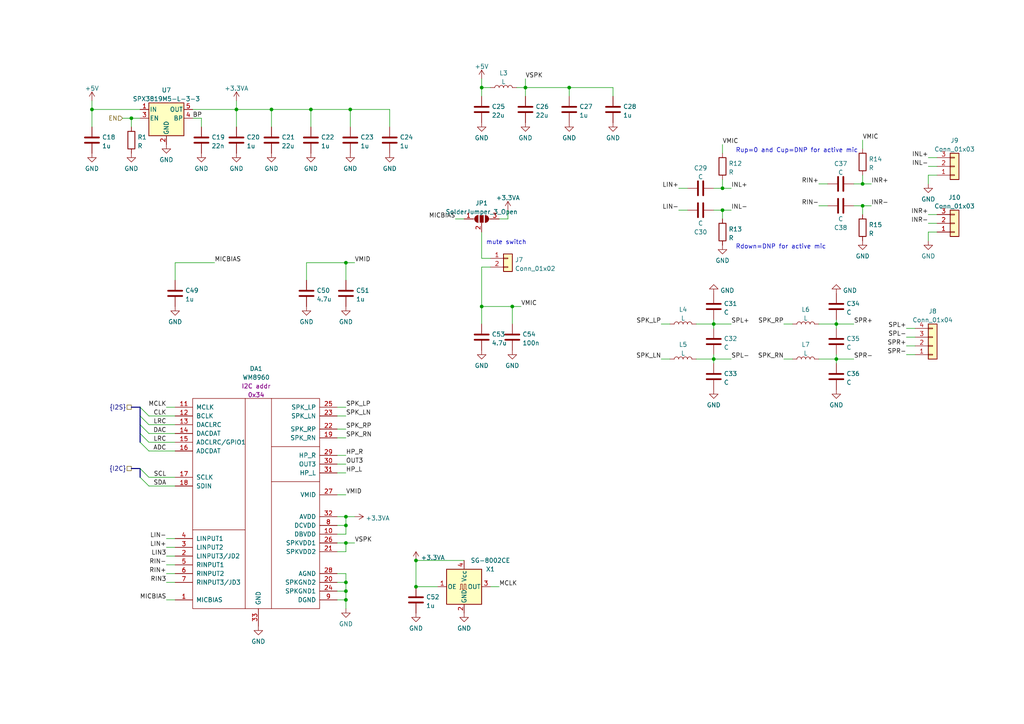
<source format=kicad_sch>
(kicad_sch (version 20230121) (generator eeschema)
  (paper "A4")
  (lib_symbols
    (symbol "Audio:WM8960" (pin_names (offset 1.016))
      (property "Reference" "DA" (at 0 34.29 0))
      (property "Value" "WM8960" (at 0 31.75 0))
      (property "I2C" "I2C addr" (at -19.05 -31.75 0))
      (property "Addr" "0x34" (at -19.05 -34.29 0))
      (symbol "WM8960_0_1"
        (rectangle (start -19.05 30.48) (end 17.78 -30.48))
        (polyline (pts (xy -19.05 -7.62) (xy -3.81 -7.62)))
        (polyline (pts (xy -3.81 30.48) (xy -3.81 -30.48)))
        (polyline (pts (xy 3.81 -30.48) (xy 3.81 30.48)))
        (polyline (pts (xy 17.78 6.35) (xy 3.81 6.35)))
        (polyline (pts (xy 17.78 16.51) (xy 3.81 16.51)))
      )
      (symbol "WM8960_1_1"
        (pin passive line (at -24.13 -27.94 0) (length 5.08) (name "MICBIAS") (number "1"))
        (pin power_in line (at 22.86 -8.89 180) (length 5.08) (name "DBVDD") (number "10"))
        (pin passive line (at -24.13 27.94 0) (length 5.08) (name "MCLK") (number "11"))
        (pin passive line (at -24.13 25.4 0) (length 5.08) (name "BCLK") (number "12"))
        (pin passive line (at -24.13 22.86 0) (length 5.08) (name "DACLRC") (number "13"))
        (pin passive line (at -24.13 20.32 0) (length 5.08) (name "DACDAT") (number "14"))
        (pin passive line (at -24.13 17.78 0) (length 5.08) (name "ADCLRC/GPIO1") (number "15"))
        (pin passive line (at -24.13 15.24 0) (length 5.08) (name "ADCDAT") (number "16"))
        (pin passive line (at -24.13 7.62 0) (length 5.08) (name "SCLK") (number "17"))
        (pin passive line (at -24.13 5.08 0) (length 5.08) (name "SDIN") (number "18"))
        (pin passive line (at 22.86 19.05 180) (length 5.08) (name "SPK_RN") (number "19"))
        (pin passive line (at -24.13 -15.24 0) (length 5.08) (name "LINPUT3/JD2") (number "2"))
        (pin power_in line (at 22.86 -22.86 180) (length 5.08) (name "SPKGND2") (number "20"))
        (pin power_in line (at 22.86 -13.97 180) (length 5.08) (name "SPKVDD2") (number "21"))
        (pin passive line (at 22.86 21.59 180) (length 5.08) (name "SPK_RP") (number "22"))
        (pin passive line (at 22.86 25.4 180) (length 5.08) (name "SPK_LN") (number "23"))
        (pin power_in line (at 22.86 -25.4 180) (length 5.08) (name "SPKGND1") (number "24"))
        (pin passive line (at 22.86 27.94 180) (length 5.08) (name "SPK_LP") (number "25"))
        (pin power_in line (at 22.86 -11.43 180) (length 5.08) (name "SPKVDD1") (number "26"))
        (pin passive line (at 22.86 2.54 180) (length 5.08) (name "VMID") (number "27"))
        (pin power_in line (at 22.86 -20.32 180) (length 5.08) (name "AGND") (number "28"))
        (pin passive line (at 22.86 13.97 180) (length 5.08) (name "HP_R") (number "29"))
        (pin passive line (at -24.13 -12.7 0) (length 5.08) (name "LINPUT2") (number "3"))
        (pin passive line (at 22.86 11.43 180) (length 5.08) (name "OUT3") (number "30"))
        (pin passive line (at 22.86 8.89 180) (length 5.08) (name "HP_L") (number "31"))
        (pin power_in line (at 22.86 -3.81 180) (length 5.08) (name "AVDD") (number "32"))
        (pin power_in line (at 0 -35.56 90) (length 5.08) (name "GND") (number "33"))
        (pin passive line (at -24.13 -10.16 0) (length 5.08) (name "LINPUT1") (number "4"))
        (pin passive line (at -24.13 -17.78 0) (length 5.08) (name "RINPUT1") (number "5"))
        (pin passive line (at -24.13 -20.32 0) (length 5.08) (name "RINPUT2") (number "6"))
        (pin passive line (at -24.13 -22.86 0) (length 5.08) (name "RINPUT3/JD3") (number "7"))
        (pin power_in line (at 22.86 -6.35 180) (length 5.08) (name "DCVDD") (number "8"))
        (pin power_in line (at 22.86 -27.94 180) (length 5.08) (name "DGND") (number "9"))
      )
    )
    (symbol "Connector_Generic:Conn_01x02" (pin_names (offset 1.016) hide)
      (property "Reference" "J" (at 0 2.54 0))
      (property "Value" "Conn_01x02" (at 0 -5.08 0))
      (symbol "Conn_01x02_1_1"
        (rectangle (start -1.27 -2.413) (end 0 -2.667) (stroke (width 0.1524)))
        (rectangle (start -1.27 0.127) (end 0 -0.127) (stroke (width 0.1524)))
        (rectangle (start -1.27 1.27) (end 1.27 -3.81) (stroke (width 0.254)) (fill (type background)))
        (pin passive line (at -5.08 0 0) (length 3.81) (name "Pin_1") (number "1"))
        (pin passive line (at -5.08 -2.54 0) (length 3.81) (name "Pin_2") (number "2"))
      )
    )
    (symbol "Connector_Generic:Conn_01x03" (pin_names (offset 1.016) hide)
      (property "Reference" "J" (at 0 5.08 0))
      (property "Value" "Conn_01x03" (at 0 -5.08 0))
      (symbol "Conn_01x03_1_1"
        (rectangle (start -1.27 -2.413) (end 0 -2.667) (stroke (width 0.1524)))
        (rectangle (start -1.27 0.127) (end 0 -0.127) (stroke (width 0.1524)))
        (rectangle (start -1.27 2.667) (end 0 2.413) (stroke (width 0.1524)))
        (rectangle (start -1.27 3.81) (end 1.27 -3.81) (stroke (width 0.254)) (fill (type background)))
        (pin passive line (at -5.08 2.54 0) (length 3.81) (name "Pin_1") (number "1"))
        (pin passive line (at -5.08 0 0) (length 3.81) (name "Pin_2") (number "2"))
        (pin passive line (at -5.08 -2.54 0) (length 3.81) (name "Pin_3") (number "3"))
      )
    )
    (symbol "Connector_Generic:Conn_01x04" (pin_names (offset 1.016) hide)
      (property "Reference" "J" (at 0 5.08 0))
      (property "Value" "Conn_01x04" (at 0 -7.62 0))
      (symbol "Conn_01x04_1_1"
        (rectangle (start -1.27 -4.953) (end 0 -5.207) (stroke (width 0.1524)))
        (rectangle (start -1.27 -2.413) (end 0 -2.667) (stroke (width 0.1524)))
        (rectangle (start -1.27 0.127) (end 0 -0.127) (stroke (width 0.1524)))
        (rectangle (start -1.27 2.667) (end 0 2.413) (stroke (width 0.1524)))
        (rectangle (start -1.27 3.81) (end 1.27 -6.35) (stroke (width 0.254)) (fill (type background)))
        (pin passive line (at -5.08 2.54 0) (length 3.81) (name "Pin_1") (number "1"))
        (pin passive line (at -5.08 0 0) (length 3.81) (name "Pin_2") (number "2"))
        (pin passive line (at -5.08 -2.54 0) (length 3.81) (name "Pin_3") (number "3"))
        (pin passive line (at -5.08 -5.08 0) (length 3.81) (name "Pin_4") (number "4"))
      )
    )
    (symbol "Device:C" (pin_numbers hide) (pin_names (offset 0.254))
      (property "Reference" "C" (at 0.635 2.54 0))
      (property "Value" "C" (at 0.635 -2.54 0))
      (symbol "C_0_1"
        (polyline (pts (xy -2.032 -0.762) (xy 2.032 -0.762)) (stroke (width 0.508)))
        (polyline (pts (xy -2.032 0.762) (xy 2.032 0.762)) (stroke (width 0.508)))
      )
      (symbol "C_1_1"
        (pin passive line (at 0 3.81 270) (length 2.794) (name "~") (number "1"))
        (pin passive line (at 0 -3.81 90) (length 2.794) (name "~") (number "2"))
      )
    )
    (symbol "Device:L" (pin_numbers hide) (pin_names (offset 1.016) hide)
      (property "Reference" "L" (at -1.27 0 90))
      (property "Value" "L" (at 1.905 0 90))
      (symbol "L_0_1"
        (arc (start 0 -2.54) (mid 0.6323 -1.905) (end 0 -1.27))
        (arc (start 0 -1.27) (mid 0.6323 -0.635) (end 0 0))
        (arc (start 0 0) (mid 0.6323 0.635) (end 0 1.27))
        (arc (start 0 1.27) (mid 0.6323 1.905) (end 0 2.54))
      )
      (symbol "L_1_1"
        (pin passive line (at 0 3.81 270) (length 1.27) (name "1") (number "1"))
        (pin passive line (at 0 -3.81 90) (length 1.27) (name "2") (number "2"))
      )
    )
    (symbol "Device:R" (pin_numbers hide) (pin_names (offset 0))
      (property "Reference" "R" (at 2.032 0 90))
      (property "Value" "R" (at 0 0 90))
      (symbol "R_0_1"
        (rectangle (start -1.016 -2.54) (end 1.016 2.54) (stroke (width 0.254)))
      )
      (symbol "R_1_1"
        (pin passive line (at 0 3.81 270) (length 1.27) (name "~") (number "1"))
        (pin passive line (at 0 -3.81 90) (length 1.27) (name "~") (number "2"))
      )
    )
    (symbol "Jumper:SolderJumper_3_Open" (pin_names (offset 0) hide)
      (property "Reference" "JP" (at -2.54 -2.54 0))
      (property "Value" "SolderJumper_3_Open" (at 0 2.794 0))
      (symbol "SolderJumper_3_Open_0_1"
        (arc (start -1.016 1.016) (mid -2.0276 0) (end -1.016 -1.016))
        (arc (start -1.016 1.016) (mid -2.0276 0) (end -1.016 -1.016) (fill (type outline)))
        (rectangle (start -0.508 1.016) (end 0.508 -1.016) (fill (type outline)))
        (polyline (pts (xy -2.54 0) (xy -2.032 0)))
        (polyline (pts (xy -1.016 1.016) (xy -1.016 -1.016)))
        (polyline (pts (xy 0 -1.27) (xy 0 -1.016)))
        (polyline (pts (xy 1.016 1.016) (xy 1.016 -1.016)))
        (polyline (pts (xy 2.54 0) (xy 2.032 0)))
        (arc (start 1.016 -1.016) (mid 2.0276 0) (end 1.016 1.016))
        (arc (start 1.016 -1.016) (mid 2.0276 0) (end 1.016 1.016) (fill (type outline)))
      )
      (symbol "SolderJumper_3_Open_1_1"
        (pin passive line (at -5.08 0 0) (length 2.54) (name "A") (number "1"))
        (pin passive line (at 0 -3.81 90) (length 2.54) (name "C") (number "2"))
        (pin passive line (at 5.08 0 180) (length 2.54) (name "B") (number "3"))
      )
    )
    (symbol "Oscillator:SG-8002CE" (pin_names (offset 0.254))
      (property "Reference" "X" (at -5.08 6.35 0))
      (property "Value" "SG-8002CE" (at 1.27 -6.35 0))
      (symbol "SG-8002CE_0_1"
        (rectangle (start -5.08 5.08) (end 5.08 -5.08) (stroke (width 0.254)) (fill (type background)))
        (polyline (pts (xy -1.27 -0.762) (xy -1.016 -0.762) (xy -1.016 0.762) (xy -0.508 0.762) (xy -0.508 -0.762) (xy 0 -0.762) (xy 0 0.762) (xy 0.508 0.762) (xy 0.508 -0.762) (xy 0.762 -0.762)))
      )
      (symbol "SG-8002CE_1_1"
        (pin input line (at -7.62 0 0) (length 2.54) (name "OE") (number "1"))
        (pin power_in line (at 0 -7.62 90) (length 2.54) (name "GND") (number "2"))
        (pin output line (at 7.62 0 180) (length 2.54) (name "OUT") (number "3"))
        (pin power_in line (at 0 7.62 270) (length 2.54) (name "Vcc") (number "4"))
      )
    )
    (symbol "Regulator_Linear:SPX3819M5-L-3-3" (pin_names (offset 0.254))
      (property "Reference" "U" (at -3.81 5.715 0))
      (property "Value" "SPX3819M5-L-3-3" (at 0 5.715 0))
      (symbol "SPX3819M5-L-3-3_0_1"
        (rectangle (start -5.08 4.445) (end 5.08 -5.08) (stroke (width 0.254)) (fill (type background)))
      )
      (symbol "SPX3819M5-L-3-3_1_1"
        (pin power_in line (at -7.62 2.54 0) (length 2.54) (name "IN") (number "1"))
        (pin power_in line (at 0 -7.62 90) (length 2.54) (name "GND") (number "2"))
        (pin input line (at -7.62 0 0) (length 2.54) (name "EN") (number "3"))
        (pin input line (at 7.62 0 180) (length 2.54) (name "BP") (number "4"))
        (pin power_out line (at 7.62 2.54 180) (length 2.54) (name "OUT") (number "5"))
      )
    )
    (symbol "power:+3.3VA" (power) (pin_names (offset 0))
      (property "Value" "+3.3VA" (at 0 3.556 0))
      (symbol "+3.3VA_0_1"
        (polyline (pts (xy -0.762 1.27) (xy 0 2.54)))
        (polyline (pts (xy 0 0) (xy 0 2.54)))
        (polyline (pts (xy 0 2.54) (xy 0.762 1.27)))
      )
      (symbol "+3.3VA_1_1"
        (pin power_in line (at 0 0 90) (length 0) hide (name "+3.3VA") (number "1"))
      )
    )
    (symbol "power:+5V" (power) (pin_names (offset 0))
      (property "Value" "+5V" (at 0 3.556 0))
      (symbol "+5V_0_1"
        (polyline (pts (xy -0.762 1.27) (xy 0 2.54)))
        (polyline (pts (xy 0 0) (xy 0 2.54)))
        (polyline (pts (xy 0 2.54) (xy 0.762 1.27)))
      )
      (symbol "+5V_1_1"
        (pin power_in line (at 0 0 90) (length 0) hide (name "+5V") (number "1"))
      )
    )
    (symbol "power:GND" (power) (pin_names (offset 0))
      (property "Value" "GND" (at 0 -3.81 0))
      (symbol "GND_0_1"
        (polyline (pts (xy 0 0) (xy 0 -1.27) (xy 1.27 -1.27) (xy 0 -2.54) (xy -1.27 -1.27) (xy 0 -1.27)))
      )
      (symbol "GND_1_1"
        (pin power_in line (at 0 0 270) (length 0) hide (name "GND") (number "1"))
      )
    )
  )
  (junction (at 209.55 54.61))
  (junction (at 120.65 162.56))
  (junction (at 148.59 88.9))
  (junction (at 209.55 60.96))
  (junction (at 250.19 53.34))
  (junction (at 90.17 31.75))
  (junction (at 100.33 157.48))
  (junction (at 68.58 31.75))
  (junction (at 120.65 170.18))
  (junction (at 100.33 168.91))
  (junction (at 26.67 31.75))
  (junction (at 101.6 31.75))
  (junction (at 242.57 93.98))
  (junction (at 165.1 25.4))
  (junction (at 100.33 171.45))
  (junction (at 207.01 93.98))
  (junction (at 100.33 149.86))
  (junction (at 152.4 25.4))
  (junction (at 242.57 104.14))
  (junction (at 250.19 59.69))
  (junction (at 78.74 31.75))
  (junction (at 100.33 76.2))
  (junction (at 38.1 34.29))
  (junction (at 100.33 152.4))
  (junction (at 207.01 104.14))
  (junction (at 139.7 25.4))
  (junction (at 100.33 173.99))
  (junction (at 139.7 88.9))
  (bus_entry (at 40.64 138.43) (size 2.54 2.54))
  (bus_entry (at 40.64 128.27) (size 2.54 2.54))
  (bus_entry (at 40.64 135.89) (size 2.54 2.54))
  (bus_entry (at 40.64 123.19) (size 2.54 2.54))
  (bus_entry (at 40.64 125.73) (size 2.54 2.54))
  (bus_entry (at 40.64 120.65) (size 2.54 2.54))
  (bus_entry (at 40.64 118.11) (size 2.54 2.54))
  (wire (pts (xy 139.7 67.31) (xy 139.7 74.93)))
  (wire (pts (xy 139.7 27.94) (xy 139.7 25.4)))
  (wire (pts (xy 97.79 127) (xy 100.33 127)))
  (wire (pts (xy 97.79 173.99) (xy 100.33 173.99)))
  (wire (pts (xy 242.57 104.14) (xy 242.57 102.87)))
  (wire (pts (xy 247.65 59.69) (xy 250.19 59.69)))
  (wire (pts (xy 242.57 93.98) (xy 242.57 95.25)))
  (wire (pts (xy 209.55 60.96) (xy 209.55 63.5)))
  (wire (pts (xy 165.1 27.94) (xy 165.1 25.4)))
  (wire (pts (xy 55.88 34.29) (xy 58.42 34.29)))
  (wire (pts (xy 58.42 34.29) (xy 58.42 36.83)))
  (wire (pts (xy 68.58 29.21) (xy 68.58 31.75)))
  (bus (pts (xy 40.64 123.19) (xy 40.64 125.73)))
  (wire (pts (xy 207.01 104.14) (xy 207.01 102.87)))
  (wire (pts (xy 97.79 149.86) (xy 100.33 149.86)))
  (wire (pts (xy 250.19 50.8) (xy 250.19 53.34)))
  (wire (pts (xy 97.79 160.02) (xy 100.33 160.02)))
  (wire (pts (xy 100.33 154.94) (xy 100.33 152.4)))
  (wire (pts (xy 139.7 88.9) (xy 139.7 93.98)))
  (wire (pts (xy 147.32 63.5) (xy 147.32 60.96)))
  (bus (pts (xy 38.1 135.89) (xy 40.64 135.89)))
  (wire (pts (xy 207.01 54.61) (xy 209.55 54.61)))
  (wire (pts (xy 139.7 77.47) (xy 139.7 88.9)))
  (wire (pts (xy 209.55 52.07) (xy 209.55 54.61)))
  (wire (pts (xy 43.18 138.43) (xy 50.8 138.43)))
  (wire (pts (xy 269.24 69.85) (xy 269.24 67.31)))
  (wire (pts (xy 207.01 60.96) (xy 209.55 60.96)))
  (wire (pts (xy 269.24 50.8) (xy 271.78 50.8)))
  (bus (pts (xy 40.64 120.65) (xy 40.64 123.19)))
  (wire (pts (xy 139.7 22.86) (xy 139.7 25.4)))
  (wire (pts (xy 100.33 173.99) (xy 100.33 171.45)))
  (wire (pts (xy 139.7 74.93) (xy 142.24 74.93)))
  (wire (pts (xy 97.79 120.65) (xy 100.33 120.65)))
  (wire (pts (xy 43.18 140.97) (xy 50.8 140.97)))
  (wire (pts (xy 269.24 48.26) (xy 271.78 48.26)))
  (wire (pts (xy 250.19 59.69) (xy 250.19 62.23)))
  (wire (pts (xy 269.24 45.72) (xy 271.78 45.72)))
  (wire (pts (xy 43.18 128.27) (xy 50.8 128.27)))
  (wire (pts (xy 38.1 34.29) (xy 38.1 36.83)))
  (wire (pts (xy 148.59 93.98) (xy 148.59 88.9)))
  (wire (pts (xy 247.65 53.34) (xy 250.19 53.34)))
  (wire (pts (xy 100.33 157.48) (xy 100.33 160.02)))
  (wire (pts (xy 113.03 31.75) (xy 101.6 31.75)))
  (wire (pts (xy 100.33 166.37) (xy 97.79 166.37)))
  (wire (pts (xy 43.18 120.65) (xy 50.8 120.65)))
  (wire (pts (xy 100.33 81.28) (xy 100.33 76.2)))
  (wire (pts (xy 48.26 156.21) (xy 50.8 156.21)))
  (wire (pts (xy 269.24 62.23) (xy 271.78 62.23)))
  (wire (pts (xy 152.4 22.86) (xy 152.4 25.4)))
  (wire (pts (xy 43.18 130.81) (xy 50.8 130.81)))
  (wire (pts (xy 201.93 104.14) (xy 207.01 104.14)))
  (wire (pts (xy 142.24 170.18) (xy 144.78 170.18)))
  (wire (pts (xy 144.78 63.5) (xy 147.32 63.5)))
  (wire (pts (xy 48.26 168.91) (xy 50.8 168.91)))
  (wire (pts (xy 113.03 36.83) (xy 113.03 31.75)))
  (wire (pts (xy 209.55 41.91) (xy 209.55 44.45)))
  (wire (pts (xy 152.4 25.4) (xy 152.4 27.94)))
  (wire (pts (xy 209.55 60.96) (xy 212.09 60.96)))
  (wire (pts (xy 209.55 54.61) (xy 212.09 54.61)))
  (wire (pts (xy 242.57 104.14) (xy 247.65 104.14)))
  (wire (pts (xy 139.7 25.4) (xy 142.24 25.4)))
  (wire (pts (xy 48.26 158.75) (xy 50.8 158.75)))
  (wire (pts (xy 250.19 59.69) (xy 252.73 59.69)))
  (wire (pts (xy 242.57 93.98) (xy 247.65 93.98)))
  (wire (pts (xy 90.17 31.75) (xy 90.17 36.83)))
  (wire (pts (xy 227.33 104.14) (xy 229.87 104.14)))
  (wire (pts (xy 26.67 31.75) (xy 26.67 36.83)))
  (wire (pts (xy 100.33 157.48) (xy 102.87 157.48)))
  (wire (pts (xy 48.26 163.83) (xy 50.8 163.83)))
  (wire (pts (xy 269.24 64.77) (xy 271.78 64.77)))
  (wire (pts (xy 26.67 31.75) (xy 40.64 31.75)))
  (bus (pts (xy 40.64 125.73) (xy 40.64 128.27)))
  (wire (pts (xy 149.86 25.4) (xy 152.4 25.4)))
  (bus (pts (xy 40.64 118.11) (xy 40.64 120.65)))
  (wire (pts (xy 100.33 171.45) (xy 100.33 168.91)))
  (wire (pts (xy 227.33 93.98) (xy 229.87 93.98)))
  (wire (pts (xy 100.33 76.2) (xy 102.87 76.2)))
  (wire (pts (xy 48.26 166.37) (xy 50.8 166.37)))
  (wire (pts (xy 48.26 173.99) (xy 50.8 173.99)))
  (wire (pts (xy 262.89 102.87) (xy 265.43 102.87)))
  (wire (pts (xy 177.8 27.94) (xy 177.8 25.4)))
  (wire (pts (xy 148.59 88.9) (xy 151.13 88.9)))
  (wire (pts (xy 35.56 34.29) (xy 38.1 34.29)))
  (wire (pts (xy 242.57 104.14) (xy 242.57 105.41)))
  (wire (pts (xy 97.79 157.48) (xy 100.33 157.48)))
  (wire (pts (xy 97.79 132.08) (xy 100.33 132.08)))
  (wire (pts (xy 97.79 152.4) (xy 100.33 152.4)))
  (wire (pts (xy 237.49 53.34) (xy 240.03 53.34)))
  (wire (pts (xy 26.67 29.21) (xy 26.67 31.75)))
  (wire (pts (xy 165.1 25.4) (xy 152.4 25.4)))
  (wire (pts (xy 78.74 31.75) (xy 78.74 36.83)))
  (wire (pts (xy 262.89 95.25) (xy 265.43 95.25)))
  (wire (pts (xy 262.89 100.33) (xy 265.43 100.33)))
  (wire (pts (xy 262.89 97.79) (xy 265.43 97.79)))
  (wire (pts (xy 38.1 34.29) (xy 40.64 34.29)))
  (wire (pts (xy 139.7 77.47) (xy 142.24 77.47)))
  (wire (pts (xy 97.79 118.11) (xy 100.33 118.11)))
  (wire (pts (xy 120.65 170.18) (xy 127 170.18)))
  (wire (pts (xy 97.79 168.91) (xy 100.33 168.91)))
  (wire (pts (xy 90.17 31.75) (xy 78.74 31.75)))
  (wire (pts (xy 43.18 123.19) (xy 50.8 123.19)))
  (wire (pts (xy 207.01 104.14) (xy 212.09 104.14)))
  (wire (pts (xy 68.58 31.75) (xy 78.74 31.75)))
  (wire (pts (xy 55.88 31.75) (xy 68.58 31.75)))
  (wire (pts (xy 88.9 76.2) (xy 88.9 81.28)))
  (wire (pts (xy 237.49 93.98) (xy 242.57 93.98)))
  (wire (pts (xy 48.26 161.29) (xy 50.8 161.29)))
  (wire (pts (xy 62.23 76.2) (xy 50.8 76.2)))
  (wire (pts (xy 100.33 76.2) (xy 88.9 76.2)))
  (wire (pts (xy 97.79 143.51) (xy 100.33 143.51)))
  (wire (pts (xy 68.58 31.75) (xy 68.58 36.83)))
  (wire (pts (xy 242.57 93.98) (xy 242.57 92.71)))
  (wire (pts (xy 101.6 31.75) (xy 90.17 31.75)))
  (wire (pts (xy 250.19 53.34) (xy 252.73 53.34)))
  (wire (pts (xy 100.33 176.53) (xy 100.33 173.99)))
  (wire (pts (xy 207.01 93.98) (xy 207.01 95.25)))
  (wire (pts (xy 100.33 149.86) (xy 102.87 149.86)))
  (wire (pts (xy 101.6 31.75) (xy 101.6 36.83)))
  (wire (pts (xy 250.19 40.64) (xy 250.19 43.18)))
  (wire (pts (xy 269.24 67.31) (xy 271.78 67.31)))
  (wire (pts (xy 201.93 93.98) (xy 207.01 93.98)))
  (wire (pts (xy 97.79 134.62) (xy 100.33 134.62)))
  (wire (pts (xy 97.79 171.45) (xy 100.33 171.45)))
  (wire (pts (xy 196.85 60.96) (xy 199.39 60.96)))
  (wire (pts (xy 207.01 104.14) (xy 207.01 105.41)))
  (wire (pts (xy 269.24 53.34) (xy 269.24 50.8)))
  (wire (pts (xy 139.7 88.9) (xy 148.59 88.9)))
  (wire (pts (xy 191.77 104.14) (xy 194.31 104.14)))
  (wire (pts (xy 100.33 152.4) (xy 100.33 149.86)))
  (wire (pts (xy 207.01 93.98) (xy 207.01 92.71)))
  (wire (pts (xy 191.77 93.98) (xy 194.31 93.98)))
  (wire (pts (xy 120.65 162.56) (xy 120.65 170.18)))
  (wire (pts (xy 97.79 124.46) (xy 100.33 124.46)))
  (wire (pts (xy 237.49 59.69) (xy 240.03 59.69)))
  (wire (pts (xy 48.26 118.11) (xy 50.8 118.11)))
  (wire (pts (xy 97.79 137.16) (xy 100.33 137.16)))
  (wire (pts (xy 50.8 76.2) (xy 50.8 81.28)))
  (wire (pts (xy 177.8 25.4) (xy 165.1 25.4)))
  (wire (pts (xy 43.18 125.73) (xy 50.8 125.73)))
  (wire (pts (xy 237.49 104.14) (xy 242.57 104.14)))
  (bus (pts (xy 38.1 118.11) (xy 40.64 118.11)))
  (wire (pts (xy 120.65 162.56) (xy 134.62 162.56)))
  (wire (pts (xy 97.79 154.94) (xy 100.33 154.94)))
  (bus (pts (xy 40.64 135.89) (xy 40.64 138.43)))
  (wire (pts (xy 132.08 63.5) (xy 134.62 63.5)))
  (wire (pts (xy 100.33 168.91) (xy 100.33 166.37)))
  (wire (pts (xy 207.01 93.98) (xy 212.09 93.98)))
  (wire (pts (xy 196.85 54.61) (xy 199.39 54.61)))
  (text "mute switch" (at 140.97 71.12 0) (effects (font (size 1.27 1.27)) (justify left bottom)))
  (text "Rup=0 and Cup=DNP for active mic" (at 213.36 44.45 0) (effects (font (size 1.27 1.27)) (justify left bottom)))
  (text "Rdown=DNP for active mic" (at 213.36 72.39 0) (effects (font (size 1.27 1.27)) (justify left bottom)))
  (label "SPK_RN" (at 100.33 127 0))
  (label "MCLK" (at 48.26 118.11 180))
  (label "VSPK" (at 102.87 157.48 0))
  (label "SDA" (at 48.26 140.97 180))
  (label "SPR-" (at 247.65 104.14 0))
  (label "HP_L" (at 100.33 137.16 0))
  (label "SPK_RP" (at 227.33 93.98 180))
  (label "MICBIAS" (at 62.23 76.2 0))
  (label "SPR-" (at 262.89 102.87 180))
  (label "LRC" (at 48.26 123.19 180))
  (label "RIN-" (at 48.26 163.83 180))
  (label "BP" (at 55.88 34.29 0))
  (label "DAC" (at 48.26 125.73 180))
  (label "VMIC" (at 250.19 40.64 0))
  (label "LIN+" (at 196.85 54.61 180))
  (label "SPR+" (at 262.89 100.33 180))
  (label "RIN3" (at 48.26 168.91 180))
  (label "SCL" (at 48.26 138.43 180))
  (label "VMIC" (at 151.13 88.9 0))
  (label "VMIC" (at 209.55 41.91 0))
  (label "LIN-" (at 196.85 60.96 180))
  (label "SPL+" (at 262.89 95.25 180))
  (label "LIN+" (at 48.26 158.75 180))
  (label "INL+" (at 269.24 45.72 180))
  (label "INR+" (at 269.24 62.23 180))
  (label "INL-" (at 269.24 48.26 180))
  (label "INR+" (at 252.73 53.34 0))
  (label "MCLK" (at 144.78 170.18 0))
  (label "SPK_LN" (at 100.33 120.65 0))
  (label "LIN3" (at 48.26 161.29 180))
  (label "CLK" (at 48.26 120.65 180))
  (label "VMID" (at 100.33 143.51 0))
  (label "INR-" (at 269.24 64.77 180))
  (label "ADC" (at 48.26 130.81 180))
  (label "HP_R" (at 100.33 132.08 0))
  (label "SPL+" (at 212.09 93.98 0))
  (label "RIN+" (at 237.49 53.34 180))
  (label "INL+" (at 212.09 54.61 0))
  (label "RIN+" (at 48.26 166.37 180))
  (label "INR-" (at 252.73 59.69 0))
  (label "SPR+" (at 247.65 93.98 0))
  (label "SPK_LP" (at 100.33 118.11 0))
  (label "VSPK" (at 152.4 22.86 0))
  (label "LIN-" (at 48.26 156.21 180))
  (label "SPK_LN" (at 191.77 104.14 180))
  (label "MICBIAS" (at 48.26 173.99 180))
  (label "SPK_RN" (at 227.33 104.14 180))
  (label "LRC" (at 48.26 128.27 180))
  (label "VMID" (at 102.87 76.2 0))
  (label "SPL-" (at 262.89 97.79 180))
  (label "MICBIAS" (at 132.08 63.5 180))
  (label "SPK_LP" (at 191.77 93.98 180))
  (label "RIN-" (at 237.49 59.69 180))
  (label "INL-" (at 212.09 60.96 0))
  (label "SPL-" (at 212.09 104.14 0))
  (label "SPK_RP" (at 100.33 124.46 0))
  (label "OUT3" (at 100.33 134.62 0))
  (hierarchical_label "EN" (shape input) (at 35.56 34.29 180))
  (hierarchical_label "{I2S}" (shape passive) (at 38.1 118.11 180))
  (hierarchical_label "{I2C}" (shape passive) (at 38.1 135.89 180))
  (symbol (lib_id "Regulator_Linear:SPX3819M5-L-3-3") (at 48.26 34.29 0) (unit 1)
    (property "Reference" "U7" (at 48.26 26.1452 0))
    (property "Value" "SPX3819M5-L-3-3" (at 48.26 28.6821 0))
    (property "Footprint" "Package_TO_SOT_SMD:SOT-23-5" (effects hide))
    (property "Datasheet" "https://www.exar.com/content/document.ashx?id=22106&languageid=1033&type=Datasheet&partnumber=SPX3819&filename=SPX3819.pdf&part=SPX3819" (effects hide))
  )
  (symbol (lib_id "power:GND") (at 207.01 113.03 0) (unit 1)
    (property "Reference" "#PWR0167" (effects hide))
    (property "Value" "GND" (at 207.01 117.4734 0))
  )
  (symbol (lib_id "power:GND") (at 250.19 69.85 0) (unit 1)
    (property "Reference" "#PWR0172" (effects hide))
    (property "Value" "GND" (at 250.19 74.2934 0))
  )
  (symbol (lib_id "power:GND") (at 152.4 35.56 0) (unit 1)
    (property "Reference" "#PWR0165" (effects hide))
    (property "Value" "GND" (at 152.4 40.0034 0))
  )
  (symbol (lib_id "power:GND") (at 269.24 69.85 0) (unit 1)
    (property "Reference" "#PWR0173" (effects hide))
    (property "Value" "GND" (at 269.24 74.2934 0))
  )
  (symbol (lib_id "Oscillator:SG-8002CE") (at 134.62 170.18 0) (unit 1)
    (property "Reference" "X1" (at 142.24 165.1 0))
    (property "Value" "SG-8002CE" (at 142.24 162.56 0))
    (property "Footprint" "Oscillator:Oscillator_SMD_SeikoEpson_SG8002CE-4Pin_3.2x2.5mm" (effects hide))
    (property "Datasheet" "https://support.epson.biz/td/api/doc_check.php?mode=dl&lang=en&Parts=SG-8002DC" (effects hide))
  )
  (symbol (lib_id "Device:C") (at 165.1 31.75 0) (unit 1)
    (property "Reference" "C27" (at 168.021 30.9153 0) (effects (justify left)))
    (property "Value" "1u" (at 168.021 33.4522 0) (effects (justify left)))
    (property "Footprint" "Capacitor_SMD:C_0603_1608Metric" (effects hide))
  )
  (symbol (lib_id "Device:C") (at 90.17 40.64 0) (unit 1)
    (property "Reference" "C22" (at 93.091 39.8053 0) (effects (justify left)))
    (property "Value" "1u" (at 93.091 42.3422 0) (effects (justify left)))
    (property "Footprint" "Capacitor_SMD:C_0603_1608Metric" (effects hide))
  )
  (symbol (lib_id "Device:C") (at 139.7 97.79 0) (unit 1)
    (property "Reference" "C53" (at 142.621 96.9553 0) (effects (justify left)))
    (property "Value" "4.7u" (at 142.621 99.4922 0) (effects (justify left)))
    (property "Footprint" "Capacitor_SMD:C_0603_1608Metric" (effects hide))
  )
  (symbol (lib_id "Device:C") (at 120.65 173.99 0) (unit 1)
    (property "Reference" "C52" (at 123.571 173.1553 0) (effects (justify left)))
    (property "Value" "1u" (at 123.571 175.6922 0) (effects (justify left)))
    (property "Footprint" "Capacitor_SMD:C_0603_1608Metric" (effects hide))
  )
  (symbol (lib_id "power:GND") (at 48.26 41.91 0) (unit 1)
    (property "Reference" "#PWR0208" (effects hide))
    (property "Value" "GND" (at 48.26 46.3534 0))
  )
  (symbol (lib_id "power:GND") (at 68.58 44.45 0) (unit 1)
    (property "Reference" "#PWR0175" (effects hide))
    (property "Value" "GND" (at 68.58 48.8934 0))
  )
  (symbol (lib_id "Device:C") (at 113.03 40.64 0) (unit 1)
    (property "Reference" "C24" (at 115.951 39.8053 0) (effects (justify left)))
    (property "Value" "1u" (at 115.951 42.3422 0) (effects (justify left)))
    (property "Footprint" "Capacitor_SMD:C_0603_1608Metric" (effects hide))
  )
  (symbol (lib_id "power:GND") (at 242.57 85.09 180) (unit 1)
    (property "Reference" "#PWR0170" (effects hide))
    (property "Value" "GND" (at 244.475 84.2538 0) (effects (justify right)))
  )
  (symbol (lib_id "Device:C") (at 139.7 31.75 0) (unit 1)
    (property "Reference" "C25" (at 142.621 30.9153 0) (effects (justify left)))
    (property "Value" "22u" (at 142.621 33.4522 0) (effects (justify left)))
    (property "Footprint" "Capacitor_SMD:C_0805_2012Metric" (effects hide))
  )
  (symbol (lib_id "Device:R") (at 250.19 66.04 0) (unit 1)
    (property "Reference" "R15" (at 251.968 65.2053 0) (effects (justify left)))
    (property "Value" "R" (at 251.968 67.7422 0) (effects (justify left)))
    (property "Footprint" "Resistor_SMD:R_0603_1608Metric_Pad0.98x0.95mm_HandSolder" (effects hide))
  )
  (symbol (lib_id "Device:L") (at 233.68 104.14 90) (unit 1)
    (property "Reference" "L7" (at 233.68 99.9322 90))
    (property "Value" "L" (at 233.68 102.4691 90))
    (property "Footprint" "Inductor_SMD:L_0805_2012Metric_Pad1.15x1.40mm_HandSolder" (effects hide))
  )
  (symbol (lib_id "Device:R") (at 209.55 67.31 0) (unit 1)
    (property "Reference" "R13" (at 211.328 66.4753 0) (effects (justify left)))
    (property "Value" "R" (at 211.328 69.0122 0) (effects (justify left)))
    (property "Footprint" "Resistor_SMD:R_0603_1608Metric_Pad0.98x0.95mm_HandSolder" (effects hide))
  )
  (symbol (lib_id "power:GND") (at 38.1 44.45 0) (unit 1)
    (property "Reference" "#PWR0120" (effects hide))
    (property "Value" "GND" (at 38.1 48.8934 0))
  )
  (symbol (lib_id "power:GND") (at 74.93 181.61 0) (unit 1)
    (property "Reference" "#PWR0207" (effects hide))
    (property "Value" "GND" (at 74.93 186.0534 0))
  )
  (symbol (lib_id "power:GND") (at 148.59 101.6 0) (unit 1)
    (property "Reference" "#PWR0210" (effects hide))
    (property "Value" "GND" (at 148.59 106.0434 0))
  )
  (symbol (lib_id "Connector_Generic:Conn_01x04") (at 270.51 100.33 0) (mirror x) (unit 1)
    (property "Reference" "J8" (at 270.51 90.2802 0))
    (property "Value" "Conn_01x04" (at 270.51 92.8171 0))
    (property "Footprint" "Connector_JST:JST_PH_B4B-PH-K_1x04_P2.00mm_Vertical" (effects hide))
  )
  (symbol (lib_id "power:GND") (at 242.57 113.03 0) (unit 1)
    (property "Reference" "#PWR0171" (effects hide))
    (property "Value" "GND" (at 242.57 117.4734 0))
  )
  (symbol (lib_id "power:GND") (at 269.24 53.34 0) (unit 1)
    (property "Reference" "#PWR0158" (effects hide))
    (property "Value" "GND" (at 269.24 57.7834 0))
  )
  (symbol (lib_id "Device:C") (at 207.01 109.22 0) (unit 1)
    (property "Reference" "C33" (at 209.931 108.3853 0) (effects (justify left)))
    (property "Value" "C" (at 209.931 110.9222 0) (effects (justify left)))
    (property "Footprint" "Capacitor_SMD:C_0603_1608Metric" (effects hide))
  )
  (symbol (lib_id "power:GND") (at 50.8 88.9 0) (unit 1)
    (property "Reference" "#PWR0204" (effects hide))
    (property "Value" "GND" (at 50.8 93.3434 0))
  )
  (symbol (lib_id "Device:R") (at 250.19 46.99 0) (unit 1)
    (property "Reference" "R14" (at 251.968 46.1553 0) (effects (justify left)))
    (property "Value" "R" (at 251.968 48.6922 0) (effects (justify left)))
    (property "Footprint" "Resistor_SMD:R_0603_1608Metric_Pad0.98x0.95mm_HandSolder" (effects hide))
  )
  (symbol (lib_id "Device:C") (at 242.57 99.06 0) (unit 1)
    (property "Reference" "C35" (at 245.491 98.2253 0) (effects (justify left)))
    (property "Value" "C" (at 245.491 100.7622 0) (effects (justify left)))
    (property "Footprint" "Capacitor_SMD:C_0603_1608Metric" (effects hide))
  )
  (symbol (lib_id "Device:C") (at 242.57 88.9 0) (unit 1)
    (property "Reference" "C34" (at 245.491 88.0653 0) (effects (justify left)))
    (property "Value" "C" (at 245.491 90.6022 0) (effects (justify left)))
    (property "Footprint" "Capacitor_SMD:C_0603_1608Metric" (effects hide))
  )
  (symbol (lib_id "Device:C") (at 152.4 31.75 0) (unit 1)
    (property "Reference" "C26" (at 155.321 30.9153 0) (effects (justify left)))
    (property "Value" "22u" (at 155.321 33.4522 0) (effects (justify left)))
    (property "Footprint" "Capacitor_SMD:C_0805_2012Metric" (effects hide))
  )
  (symbol (lib_id "power:GND") (at 113.03 44.45 0) (unit 1)
    (property "Reference" "#PWR0162" (effects hide))
    (property "Value" "GND" (at 113.03 48.8934 0))
  )
  (symbol (lib_id "Connector_Generic:Conn_01x02") (at 147.32 74.93 0) (unit 1)
    (property "Reference" "J7" (at 149.352 75.3653 0) (effects (justify left)))
    (property "Value" "Conn_01x02" (at 149.352 77.9022 0) (effects (justify left)))
    (property "Footprint" "Connector_JST:JST_PH_B2B-PH-K_1x02_P2.00mm_Vertical" (effects hide))
  )
  (symbol (lib_id "power:+3.3VA") (at 147.32 60.96 0) (unit 1)
    (property "Reference" "#PWR0209" (effects hide))
    (property "Value" "+3.3VA" (at 147.32 57.3842 0))
  )
  (symbol (lib_id "Device:C") (at 148.59 97.79 0) (unit 1)
    (property "Reference" "C54" (at 151.511 96.9553 0) (effects (justify left)))
    (property "Value" "100n" (at 151.511 99.4922 0) (effects (justify left)))
    (property "Footprint" "Capacitor_SMD:C_0603_1608Metric" (effects hide))
  )
  (symbol (lib_id "Device:C") (at 68.58 40.64 0) (unit 1)
    (property "Reference" "C20" (at 71.501 39.8053 0) (effects (justify left)))
    (property "Value" "1u" (at 71.501 42.3422 0) (effects (justify left)))
    (property "Footprint" "Capacitor_SMD:C_0603_1608Metric" (effects hide))
  )
  (symbol (lib_id "power:GND") (at 88.9 88.9 0) (unit 1)
    (property "Reference" "#PWR0205" (effects hide))
    (property "Value" "GND" (at 88.9 93.3434 0))
  )
  (symbol (lib_id "power:GND") (at 165.1 35.56 0) (unit 1)
    (property "Reference" "#PWR0159" (effects hide))
    (property "Value" "GND" (at 165.1 40.0034 0))
  )
  (symbol (lib_id "Device:C") (at 100.33 85.09 0) (unit 1)
    (property "Reference" "C51" (at 103.251 84.2553 0) (effects (justify left)))
    (property "Value" "1u" (at 103.251 86.7922 0) (effects (justify left)))
    (property "Footprint" "Capacitor_SMD:C_0603_1608Metric" (effects hide))
  )
  (symbol (lib_id "power:GND") (at 177.8 35.56 0) (unit 1)
    (property "Reference" "#PWR0160" (effects hide))
    (property "Value" "GND" (at 177.8 40.0034 0))
  )
  (symbol (lib_id "Device:C") (at 243.84 53.34 90) (unit 1)
    (property "Reference" "C37" (at 243.84 47.4812 90))
    (property "Value" "C" (at 243.84 50.0181 90))
    (property "Footprint" "Capacitor_SMD:C_0603_1608Metric_Pad1.08x0.95mm_HandSolder" (effects hide))
  )
  (symbol (lib_id "Device:L") (at 198.12 104.14 90) (unit 1)
    (property "Reference" "L5" (at 198.12 99.9322 90))
    (property "Value" "L" (at 198.12 102.4691 90))
    (property "Footprint" "Inductor_SMD:L_0805_2012Metric_Pad1.15x1.40mm_HandSolder" (effects hide))
  )
  (symbol (lib_id "Device:C") (at 88.9 85.09 0) (unit 1)
    (property "Reference" "C50" (at 91.821 84.2553 0) (effects (justify left)))
    (property "Value" "4.7u" (at 91.821 86.7922 0) (effects (justify left)))
    (property "Footprint" "Capacitor_SMD:C_0603_1608Metric" (effects hide))
  )
  (symbol (lib_id "Device:C") (at 242.57 109.22 0) (unit 1)
    (property "Reference" "C36" (at 245.491 108.3853 0) (effects (justify left)))
    (property "Value" "C" (at 245.491 110.9222 0) (effects (justify left)))
    (property "Footprint" "Capacitor_SMD:C_0603_1608Metric" (effects hide))
  )
  (symbol (lib_id "Device:L") (at 146.05 25.4 90) (unit 1)
    (property "Reference" "L3" (at 146.05 21.1922 90))
    (property "Value" "L" (at 146.05 23.7291 90))
    (property "Footprint" "Inductor_SMD:L_1210_3225Metric" (effects hide))
  )
  (symbol (lib_id "Device:L") (at 233.68 93.98 90) (unit 1)
    (property "Reference" "L6" (at 233.68 89.7722 90))
    (property "Value" "L" (at 233.68 92.3091 90))
    (property "Footprint" "Inductor_SMD:L_0805_2012Metric_Pad1.15x1.40mm_HandSolder" (effects hide))
  )
  (symbol (lib_id "Connector_Generic:Conn_01x03") (at 276.86 64.77 0) (mirror x) (unit 1)
    (property "Reference" "J10" (at 276.86 57.2602 0))
    (property "Value" "Conn_01x03" (at 276.86 59.7971 0))
    (property "Footprint" "Connector_JST:JST_PH_B3B-PH-K_1x03_P2.00mm_Vertical" (effects hide))
  )
  (symbol (lib_id "power:+5V") (at 26.67 29.21 0) (unit 1)
    (property "Reference" "#PWR0179" (effects hide))
    (property "Value" "+5V" (at 26.67 25.6342 0))
  )
  (symbol (lib_id "power:+3.3VA") (at 102.87 149.86 270) (unit 1)
    (property "Reference" "#PWR0199" (effects hide))
    (property "Value" "+3.3VA" (at 106.045 150.2938 90) (effects (justify left)))
  )
  (symbol (lib_id "Device:C") (at 177.8 31.75 0) (unit 1)
    (property "Reference" "C28" (at 180.721 30.9153 0) (effects (justify left)))
    (property "Value" "1u" (at 180.721 33.4522 0) (effects (justify left)))
    (property "Footprint" "Capacitor_SMD:C_0603_1608Metric" (effects hide))
  )
  (symbol (lib_id "Device:C") (at 50.8 85.09 0) (unit 1)
    (property "Reference" "C49" (at 53.721 84.2553 0) (effects (justify left)))
    (property "Value" "1u" (at 53.721 86.7922 0) (effects (justify left)))
    (property "Footprint" "Capacitor_SMD:C_0603_1608Metric" (effects hide))
  )
  (symbol (lib_id "power:GND") (at 134.62 177.8 0) (unit 1)
    (property "Reference" "#PWR0202" (effects hide))
    (property "Value" "GND" (at 134.62 182.2434 0))
  )
  (symbol (lib_id "power:GND") (at 207.01 85.09 180) (unit 1)
    (property "Reference" "#PWR0168" (effects hide))
    (property "Value" "GND" (at 208.915 84.2538 0) (effects (justify right)))
  )
  (symbol (lib_id "Device:C") (at 203.2 54.61 90) (unit 1)
    (property "Reference" "C29" (at 203.2 48.7512 90))
    (property "Value" "C" (at 203.2 51.2881 90))
    (property "Footprint" "Capacitor_SMD:C_0603_1608Metric_Pad1.08x0.95mm_HandSolder" (effects hide))
  )
  (symbol (lib_id "Device:C") (at 58.42 40.64 0) (unit 1)
    (property "Reference" "C19" (at 61.341 39.8053 0) (effects (justify left)))
    (property "Value" "22n" (at 61.341 42.3422 0) (effects (justify left)))
    (property "Footprint" "Capacitor_SMD:C_0603_1608Metric" (effects hide))
  )
  (symbol (lib_id "power:GND") (at 120.65 177.8 0) (unit 1)
    (property "Reference" "#PWR0201" (effects hide))
    (property "Value" "GND" (at 120.65 182.2434 0))
  )
  (symbol (lib_id "Device:C") (at 26.67 40.64 0) (mirror y) (unit 1)
    (property "Reference" "C18" (at 29.591 39.8053 0) (effects (justify right)))
    (property "Value" "1u" (at 29.591 42.3422 0) (effects (justify right)))
    (property "Footprint" "Capacitor_SMD:C_0603_1608Metric" (effects hide))
  )
  (symbol (lib_id "power:+5V") (at 139.7 22.86 0) (unit 1)
    (property "Reference" "#PWR0161" (effects hide))
    (property "Value" "+5V" (at 139.7 19.2842 0))
  )
  (symbol (lib_id "Device:C") (at 243.84 59.69 90) (unit 1)
    (property "Reference" "C38" (at 243.84 66.04 90))
    (property "Value" "C" (at 243.84 63.5 90))
    (property "Footprint" "Capacitor_SMD:C_0603_1608Metric_Pad1.08x0.95mm_HandSolder" (effects hide))
  )
  (symbol (lib_id "power:GND") (at 101.6 44.45 0) (unit 1)
    (property "Reference" "#PWR0163" (effects hide))
    (property "Value" "GND" (at 101.6 48.8934 0))
  )
  (symbol (lib_id "Audio:WM8960") (at 74.93 146.05 0) (unit 1)
    (property "Reference" "DA1" (at 74.295 106.9234 0))
    (property "Value" "WM8960" (at 74.295 109.4603 0))
    (property "Footprint" "Package_DFN_QFN:QFN-32-1EP_5x5mm_P0.5mm_EP3.45x3.45mm_ThermalVias" (effects hide))
    (property "SolderPoints" "33" (effects hide))
    (property "SolderPoints_DIP" "0" (effects hide))
    (property "I2C" "I2C addr" (at 74.295 111.9972 0))
    (property "Addr" "0x34" (at 74.295 114.5341 0))
  )
  (symbol (lib_id "Device:L") (at 198.12 93.98 90) (unit 1)
    (property "Reference" "L4" (at 198.12 89.7722 90))
    (property "Value" "L" (at 198.12 92.3091 90))
    (property "Footprint" "Inductor_SMD:L_0805_2012Metric_Pad1.15x1.40mm_HandSolder" (effects hide))
  )
  (symbol (lib_id "Device:C") (at 101.6 40.64 0) (unit 1)
    (property "Reference" "C23" (at 104.521 39.8053 0) (effects (justify left)))
    (property "Value" "1u" (at 104.521 42.3422 0) (effects (justify left)))
    (property "Footprint" "Capacitor_SMD:C_0603_1608Metric" (effects hide))
  )
  (symbol (lib_id "Jumper:SolderJumper_3_Open") (at 139.7 63.5 0) (unit 1)
    (property "Reference" "JP1" (at 139.7 58.9112 0))
    (property "Value" "SolderJumper_3_Open" (at 139.7 61.4481 0))
    (property "Footprint" "Jumper:SolderJumper-3_P1.3mm_Open_RoundedPad1.0x1.5mm" (effects hide))
  )
  (symbol (lib_id "power:+3.3VA") (at 120.65 162.56 0) (unit 1)
    (property "Reference" "#PWR0203" (effects hide))
    (property "Value" "+3.3VA" (at 122.047 161.7238 0) (effects (justify left)))
  )
  (symbol (lib_id "Device:R") (at 209.55 48.26 0) (unit 1)
    (property "Reference" "R12" (at 211.328 47.4253 0) (effects (justify left)))
    (property "Value" "R" (at 211.328 49.9622 0) (effects (justify left)))
    (property "Footprint" "Resistor_SMD:R_0603_1608Metric_Pad0.98x0.95mm_HandSolder" (effects hide))
  )
  (symbol (lib_id "Device:C") (at 203.2 60.96 90) (unit 1)
    (property "Reference" "C30" (at 203.2 67.31 90))
    (property "Value" "C" (at 203.2 64.77 90))
    (property "Footprint" "Capacitor_SMD:C_0603_1608Metric_Pad1.08x0.95mm_HandSolder" (effects hide))
  )
  (symbol (lib_id "power:+3.3VA") (at 68.58 29.21 0) (unit 1)
    (property "Reference" "#PWR0177" (effects hide))
    (property "Value" "+3.3VA" (at 68.58 25.6342 0))
  )
  (symbol (lib_id "power:GND") (at 139.7 101.6 0) (unit 1)
    (property "Reference" "#PWR0211" (effects hide))
    (property "Value" "GND" (at 139.7 106.0434 0))
  )
  (symbol (lib_id "Device:R") (at 38.1 40.64 0) (unit 1)
    (property "Reference" "R1" (at 39.878 39.8053 0) (effects (justify left)))
    (property "Value" "R" (at 39.878 42.3422 0) (effects (justify left)))
    (property "Footprint" "Resistor_SMD:R_0603_1608Metric_Pad0.98x0.95mm_HandSolder" (effects hide))
  )
  (symbol (lib_id "power:GND") (at 139.7 35.56 0) (unit 1)
    (property "Reference" "#PWR0164" (effects hide))
    (property "Value" "GND" (at 139.7 40.0034 0))
  )
  (symbol (lib_id "power:GND") (at 78.74 44.45 0) (unit 1)
    (property "Reference" "#PWR0174" (effects hide))
    (property "Value" "GND" (at 78.74 48.8934 0))
  )
  (symbol (lib_id "Device:C") (at 207.01 99.06 0) (unit 1)
    (property "Reference" "C32" (at 209.931 98.2253 0) (effects (justify left)))
    (property "Value" "C" (at 209.931 100.7622 0) (effects (justify left)))
    (property "Footprint" "Capacitor_SMD:C_0603_1608Metric" (effects hide))
  )
  (symbol (lib_id "Device:C") (at 207.01 88.9 0) (unit 1)
    (property "Reference" "C31" (at 209.931 88.0653 0) (effects (justify left)))
    (property "Value" "C" (at 209.931 90.6022 0) (effects (justify left)))
    (property "Footprint" "Capacitor_SMD:C_0603_1608Metric" (effects hide))
  )
  (symbol (lib_id "Connector_Generic:Conn_01x03") (at 276.86 48.26 0) (mirror x) (unit 1)
    (property "Reference" "J9" (at 276.86 40.7502 0))
    (property "Value" "Conn_01x03" (at 276.86 43.2871 0))
    (property "Footprint" "Connector_JST:JST_PH_B3B-PH-K_1x03_P2.00mm_Vertical" (effects hide))
  )
  (symbol (lib_id "power:GND") (at 90.17 44.45 0) (unit 1)
    (property "Reference" "#PWR0166" (effects hide))
    (property "Value" "GND" (at 90.17 48.8934 0))
  )
  (symbol (lib_id "power:GND") (at 209.55 71.12 0) (unit 1)
    (property "Reference" "#PWR0169" (effects hide))
    (property "Value" "GND" (at 209.55 75.5634 0))
  )
  (symbol (lib_id "Device:C") (at 78.74 40.64 0) (unit 1)
    (property "Reference" "C21" (at 81.661 39.8053 0) (effects (justify left)))
    (property "Value" "22u" (at 81.661 42.3422 0) (effects (justify left)))
    (property "Footprint" "Capacitor_SMD:C_0805_2012Metric" (effects hide))
  )
  (symbol (lib_id "power:GND") (at 100.33 176.53 0) (unit 1)
    (property "Reference" "#PWR0200" (effects hide))
    (property "Value" "GND" (at 100.33 180.9734 0))
  )
  (symbol (lib_id "power:GND") (at 26.67 44.45 0) (mirror y) (unit 1)
    (property "Reference" "#PWR0178" (effects hide))
    (property "Value" "GND" (at 26.67 48.8934 0))
  )
  (symbol (lib_id "power:GND") (at 58.42 44.45 0) (unit 1)
    (property "Reference" "#PWR0176" (effects hide))
    (property "Value" "GND" (at 58.42 48.8934 0))
  )
  (symbol (lib_id "power:GND") (at 100.33 88.9 0) (unit 1)
    (property "Reference" "#PWR0206" (effects hide))
    (property "Value" "GND" (at 100.33 93.3434 0))
  )
)
</source>
